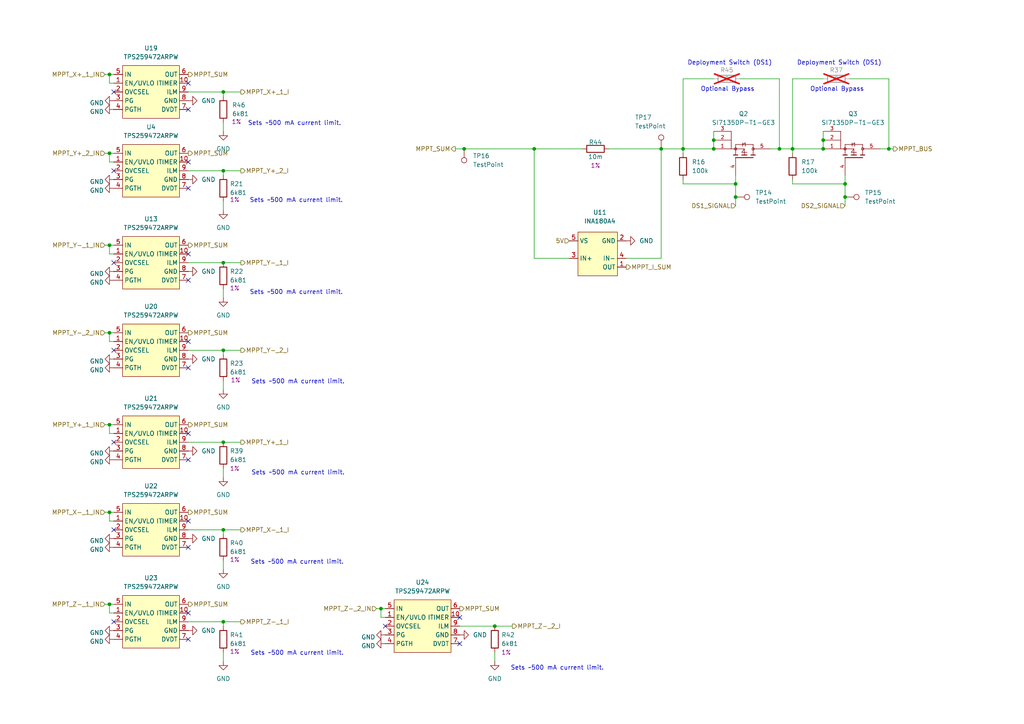
<source format=kicad_sch>
(kicad_sch (version 20231120) (generator "eeschema") (generator_version "8.0")
  (paper "A4")
  (lib_symbols
    (symbol "Connector:TestPoint" (pin_numbers hide) (pin_names (offset 0.762) hide)
      (property "Reference" "TP" (at 0 6.858 0))
      (property "Value" "TestPoint" (at 0 5.08 0))
      (symbol "TestPoint_0_1"
        (circle (center 0 3.302) (radius 0.762))
      )
      (symbol "TestPoint_1_1"
        (pin passive line (at 0 0 90) (length 2.54) (name "1") (number "1"))
      )
    )
    (symbol "Device:R" (pin_numbers hide) (pin_names (offset 0))
      (property "Reference" "R" (at 2.032 0 90))
      (property "Value" "R" (at 0 0 90))
      (symbol "R_0_1"
        (rectangle (start -1.016 -2.54) (end 1.016 2.54) (stroke (width 0.254)))
      )
      (symbol "R_1_1"
        (pin passive line (at 0 3.81 270) (length 1.27) (name "~") (number "1"))
        (pin passive line (at 0 -3.81 90) (length 1.27) (name "~") (number "2"))
      )
    )
    (symbol "STS_Power_Management:TPS259472ARPW"
      (property "Reference" "U" (at 0 17.78 0))
      (property "Value" "TPS259472ARPW" (at 1.27 15.24 0))
      (symbol "TPS259472ARPW_0_1"
        (rectangle (start -6.35 13.97) (end 10.16 -1.27) (fill (type background)))
      )
      (symbol "TPS259472ARPW_1_1"
        (pin input line (at -8.89 8.89 0) (length 2.54) (name "EN/UVLO") (number "1"))
        (pin input line (at 12.7 8.89 180) (length 2.54) (name "ITIMER") (number "10"))
        (pin input line (at -8.89 6.35 0) (length 2.54) (name "OVCSEL") (number "2"))
        (pin input line (at -8.89 3.81 0) (length 2.54) (name "PG") (number "3"))
        (pin input line (at -8.89 1.27 0) (length 2.54) (name "PGTH") (number "4"))
        (pin input line (at -8.89 11.43 0) (length 2.54) (name "IN") (number "5"))
        (pin power_out line (at 12.7 11.43 180) (length 2.54) (name "OUT") (number "6"))
        (pin output line (at 12.7 1.27 180) (length 2.54) (name "DVDT") (number "7"))
        (pin passive line (at 12.7 3.81 180) (length 2.54) (name "GND") (number "8"))
        (pin input line (at 12.7 6.35 180) (length 2.54) (name "ILM") (number "9"))
      )
    )
    (symbol "STS_Sensor_Current:INA180A4"
      (property "Reference" "U" (at 1.27 15.24 0))
      (property "Value" "INA180A4" (at 1.27 12.7 0))
      (symbol "INA180A4_0_1"
        (rectangle (start -5.08 10.16) (end 6.35 -2.54) (fill (type background)))
        (rectangle (start 7.62 0) (end 7.62 0))
        (rectangle (start 7.62 0) (end 7.62 0))
      )
      (symbol "INA180A4_1_1"
        (pin output line (at 8.89 0 180) (length 2.54) (name "OUT") (number "1"))
        (pin power_in line (at 8.89 7.62 180) (length 2.54) (name "GND") (number "2"))
        (pin power_in line (at -7.62 2.54 0) (length 2.54) (name "IN+") (number "3"))
        (pin output line (at 8.89 2.54 180) (length 2.54) (name "IN-") (number "4"))
        (pin power_in line (at -7.62 7.62 0) (length 2.54) (name "VS") (number "5"))
      )
    )
    (symbol "STS_Transistor_FET:SI7135DP-T1-GE3" (pin_names (offset 1.016) hide)
      (property "Reference" "Q" (at -8.89 3.81 0))
      (property "Value" "SI7135DP-T1-GE3" (at -20.32 -1.27 0))
      (symbol "SI7135DP-T1-GE3_0_0"
        (polyline (pts (xy 0 -2.54) (xy 0 2.54)) (stroke (width 0.254)))
        (polyline (pts (xy 0.762 -3.175) (xy 0.762 -2.54)) (stroke (width 0.254)))
        (polyline (pts (xy 0.762 -2.54) (xy 0.762 -1.905)) (stroke (width 0.254)))
        (polyline (pts (xy 0.762 -2.54) (xy 3.81 -2.54)) (stroke (width 0.1524)))
        (polyline (pts (xy 0.762 -0.762) (xy 0.762 0)) (stroke (width 0.254)))
        (polyline (pts (xy 0.762 0) (xy 0.762 0.762)) (stroke (width 0.254)))
        (polyline (pts (xy 0.762 0) (xy 2.54 0)) (stroke (width 0.1524)))
        (polyline (pts (xy 0.762 1.905) (xy 0.762 2.54)) (stroke (width 0.254)))
        (polyline (pts (xy 0.762 2.54) (xy 0.762 3.175)) (stroke (width 0.254)))
        (polyline (pts (xy 2.54 0) (xy 2.54 2.54)) (stroke (width 0.1524)))
        (polyline (pts (xy 2.54 2.54) (xy 0.762 2.54)) (stroke (width 0.1524)))
        (polyline (pts (xy 2.54 2.54) (xy 3.81 2.54)) (stroke (width 0.1524)))
        (polyline (pts (xy 3.302 0.508) (xy 3.81 0.508)) (stroke (width 0.1524)))
        (polyline (pts (xy 3.81 -2.54) (xy 3.81 0.508)) (stroke (width 0.1524)))
        (polyline (pts (xy 3.81 0.508) (xy 3.81 2.54)) (stroke (width 0.1524)))
        (polyline (pts (xy 3.81 0.508) (xy 4.318 0.508)) (stroke (width 0.1524)))
        (polyline (pts (xy 2.54 0) (xy 1.524 0.762) (xy 1.524 -0.762)) (stroke (width 0.1524)))
        (polyline (pts (xy 3.81 0.508) (xy 4.318 -0.254) (xy 3.302 -0.254)) (stroke (width 0.1524)))
        (circle (center 2.54 -2.54) (radius 0.3556))
        (circle (center 2.54 2.54) (radius 0.3556))
        (pin passive line (at 2.54 8.89 270) (length 5.08) (name "~") (number "1"))
        (pin passive line (at 5.08 8.89 270) (length 5.08) (name "~") (number "2"))
        (pin passive line (at 7.62 8.89 270) (length 5.08) (name "~") (number "3"))
        (pin passive line (at -5.08 2.54 0) (length 5.08) (name "~") (number "4"))
        (pin passive line (at 2.54 -7.62 90) (length 5.08) (name "~") (number "5"))
      )
      (symbol "SI7135DP-T1-GE3_1_1"
        (polyline (pts (xy 7.62 3.81) (xy 2.54 3.81) (xy 2.54 2.54)))
      )
    )
    (symbol "power:GND" (power) (pin_numbers hide) (pin_names (offset 0) hide)
      (property "Value" "GND" (at 0 -3.81 0))
      (symbol "GND_0_1"
        (polyline (pts (xy 0 0) (xy 0 -1.27) (xy 1.27 -1.27) (xy 0 -2.54) (xy -1.27 -1.27) (xy 0 -1.27)))
      )
      (symbol "GND_1_1"
        (pin power_in line (at 0 0 270) (length 0) (name "~") (number "1"))
      )
    )
  )
  (junction (at 154.94 43.18))
  (junction (at 64.77 128.27))
  (junction (at 64.77 76.2))
  (junction (at 213.36 57.15))
  (junction (at 64.77 101.6))
  (junction (at 257.81 43.18))
  (junction (at 198.12 43.18))
  (junction (at 64.77 153.67))
  (junction (at 238.76 40.64))
  (junction (at 31.75 148.59))
  (junction (at 213.36 53.34))
  (junction (at 238.76 43.18))
  (junction (at 134.62 43.18))
  (junction (at 31.75 71.12))
  (junction (at 31.75 44.45))
  (junction (at 31.75 21.59))
  (junction (at 226.06 43.18))
  (junction (at 31.75 123.19))
  (junction (at 110.49 176.53))
  (junction (at 64.77 49.53))
  (junction (at 31.75 96.52))
  (junction (at 207.01 40.64))
  (junction (at 31.75 175.26))
  (junction (at 229.87 43.18))
  (junction (at 245.11 53.34))
  (junction (at 143.51 181.61))
  (junction (at 245.11 57.15))
  (junction (at 191.77 43.18))
  (junction (at 207.01 43.18))
  (junction (at 64.77 180.34))
  (junction (at 64.77 26.67))
  (no_connect (at 54.61 106.68))
  (no_connect (at 54.61 133.35))
  (no_connect (at 33.02 26.67))
  (no_connect (at 54.61 185.42))
  (no_connect (at 33.02 76.2))
  (no_connect (at 54.61 177.8))
  (no_connect (at 33.02 180.34))
  (no_connect (at 54.61 125.73))
  (no_connect (at 54.61 99.06))
  (no_connect (at 54.61 31.75))
  (no_connect (at 33.02 153.67))
  (no_connect (at 54.61 54.61))
  (no_connect (at 54.61 151.13))
  (no_connect (at 54.61 73.66))
  (no_connect (at 33.02 49.53))
  (no_connect (at 54.61 24.13))
  (no_connect (at 133.35 179.07))
  (no_connect (at 33.02 101.6))
  (no_connect (at 54.61 158.75))
  (no_connect (at 54.61 46.99))
  (no_connect (at 54.61 81.28))
  (no_connect (at 111.76 181.61))
  (no_connect (at 33.02 128.27))
  (no_connect (at 133.35 186.69))
  (wire (pts (xy 64.77 101.6) (xy 64.77 102.87)))
  (wire (pts (xy 64.77 180.34) (xy 69.85 180.34)))
  (wire (pts (xy 154.94 43.18) (xy 168.91 43.18)))
  (wire (pts (xy 143.51 189.23) (xy 143.51 191.77)))
  (wire (pts (xy 64.77 153.67) (xy 64.77 154.94)))
  (wire (pts (xy 64.77 26.67) (xy 64.77 27.94)))
  (wire (pts (xy 30.48 21.59) (xy 31.75 21.59)))
  (wire (pts (xy 111.76 179.07) (xy 110.49 179.07)))
  (wire (pts (xy 64.77 49.53) (xy 69.85 49.53)))
  (wire (pts (xy 31.75 71.12) (xy 33.02 71.12)))
  (wire (pts (xy 30.48 44.45) (xy 31.75 44.45)))
  (wire (pts (xy 54.61 128.27) (xy 64.77 128.27)))
  (wire (pts (xy 31.75 73.66) (xy 31.75 71.12)))
  (wire (pts (xy 31.75 175.26) (xy 33.02 175.26)))
  (wire (pts (xy 64.77 180.34) (xy 64.77 181.61)))
  (wire (pts (xy 64.77 49.53) (xy 64.77 50.8)))
  (wire (pts (xy 238.76 38.1) (xy 238.76 40.64)))
  (wire (pts (xy 198.12 22.86) (xy 198.12 43.18)))
  (wire (pts (xy 226.06 43.18) (xy 229.87 43.18)))
  (wire (pts (xy 229.87 53.34) (xy 245.11 53.34)))
  (wire (pts (xy 226.06 22.86) (xy 226.06 43.18)))
  (wire (pts (xy 213.36 53.34) (xy 213.36 50.8)))
  (wire (pts (xy 54.61 76.2) (xy 64.77 76.2)))
  (wire (pts (xy 54.61 153.67) (xy 64.77 153.67)))
  (wire (pts (xy 191.77 43.18) (xy 198.12 43.18)))
  (wire (pts (xy 31.75 148.59) (xy 33.02 148.59)))
  (wire (pts (xy 33.02 46.99) (xy 31.75 46.99)))
  (wire (pts (xy 33.02 125.73) (xy 31.75 125.73)))
  (wire (pts (xy 31.75 24.13) (xy 31.75 21.59)))
  (wire (pts (xy 207.01 43.18) (xy 207.01 40.64)))
  (wire (pts (xy 64.77 26.67) (xy 69.85 26.67)))
  (wire (pts (xy 30.48 96.52) (xy 31.75 96.52)))
  (wire (pts (xy 238.76 22.86) (xy 229.87 22.86)))
  (wire (pts (xy 214.63 22.86) (xy 226.06 22.86)))
  (wire (pts (xy 176.53 43.18) (xy 191.77 43.18)))
  (wire (pts (xy 109.22 176.53) (xy 110.49 176.53)))
  (wire (pts (xy 257.81 43.18) (xy 259.08 43.18)))
  (wire (pts (xy 31.75 177.8) (xy 31.75 175.26)))
  (wire (pts (xy 64.77 76.2) (xy 69.85 76.2)))
  (wire (pts (xy 223.52 43.18) (xy 226.06 43.18)))
  (wire (pts (xy 31.75 123.19) (xy 33.02 123.19)))
  (wire (pts (xy 229.87 43.18) (xy 229.87 44.45)))
  (wire (pts (xy 191.77 74.93) (xy 191.77 43.18)))
  (wire (pts (xy 31.75 46.99) (xy 31.75 44.45)))
  (wire (pts (xy 54.61 26.67) (xy 64.77 26.67)))
  (wire (pts (xy 198.12 43.18) (xy 207.01 43.18)))
  (wire (pts (xy 64.77 189.23) (xy 64.77 191.77)))
  (wire (pts (xy 64.77 35.56) (xy 64.77 38.1)))
  (wire (pts (xy 33.02 177.8) (xy 31.75 177.8)))
  (wire (pts (xy 30.48 71.12) (xy 31.75 71.12)))
  (wire (pts (xy 198.12 53.34) (xy 213.36 53.34)))
  (wire (pts (xy 198.12 43.18) (xy 198.12 44.45)))
  (wire (pts (xy 181.61 74.93) (xy 191.77 74.93)))
  (wire (pts (xy 33.02 151.13) (xy 31.75 151.13)))
  (wire (pts (xy 246.38 22.86) (xy 257.81 22.86)))
  (wire (pts (xy 64.77 110.49) (xy 64.77 113.03)))
  (wire (pts (xy 245.11 53.34) (xy 245.11 50.8)))
  (wire (pts (xy 31.75 99.06) (xy 31.75 96.52)))
  (wire (pts (xy 133.35 181.61) (xy 143.51 181.61)))
  (wire (pts (xy 64.77 58.42) (xy 64.77 60.96)))
  (wire (pts (xy 31.75 44.45) (xy 33.02 44.45)))
  (wire (pts (xy 64.77 162.56) (xy 64.77 165.1)))
  (wire (pts (xy 33.02 99.06) (xy 31.75 99.06)))
  (wire (pts (xy 134.62 43.18) (xy 154.94 43.18)))
  (wire (pts (xy 64.77 135.89) (xy 64.77 138.43)))
  (wire (pts (xy 64.77 153.67) (xy 69.85 153.67)))
  (wire (pts (xy 110.49 176.53) (xy 111.76 176.53)))
  (wire (pts (xy 31.75 21.59) (xy 33.02 21.59)))
  (wire (pts (xy 30.48 148.59) (xy 31.75 148.59)))
  (wire (pts (xy 33.02 73.66) (xy 31.75 73.66)))
  (wire (pts (xy 154.94 74.93) (xy 154.94 43.18)))
  (wire (pts (xy 229.87 22.86) (xy 229.87 43.18)))
  (wire (pts (xy 33.02 24.13) (xy 31.75 24.13)))
  (wire (pts (xy 31.75 96.52) (xy 33.02 96.52)))
  (wire (pts (xy 31.75 125.73) (xy 31.75 123.19)))
  (wire (pts (xy 245.11 53.34) (xy 245.11 57.15)))
  (wire (pts (xy 64.77 101.6) (xy 69.85 101.6)))
  (wire (pts (xy 207.01 38.1) (xy 207.01 40.64)))
  (wire (pts (xy 213.36 53.34) (xy 213.36 57.15)))
  (wire (pts (xy 229.87 43.18) (xy 238.76 43.18)))
  (wire (pts (xy 245.11 57.15) (xy 245.11 59.69)))
  (wire (pts (xy 64.77 83.82) (xy 64.77 86.36)))
  (wire (pts (xy 213.36 57.15) (xy 213.36 59.69)))
  (wire (pts (xy 229.87 52.07) (xy 229.87 53.34)))
  (wire (pts (xy 143.51 181.61) (xy 148.59 181.61)))
  (wire (pts (xy 64.77 128.27) (xy 69.85 128.27)))
  (wire (pts (xy 30.48 123.19) (xy 31.75 123.19)))
  (wire (pts (xy 132.08 43.18) (xy 134.62 43.18)))
  (wire (pts (xy 238.76 43.18) (xy 238.76 40.64)))
  (wire (pts (xy 54.61 180.34) (xy 64.77 180.34)))
  (wire (pts (xy 110.49 179.07) (xy 110.49 176.53)))
  (wire (pts (xy 165.1 74.93) (xy 154.94 74.93)))
  (wire (pts (xy 255.27 43.18) (xy 257.81 43.18)))
  (wire (pts (xy 257.81 22.86) (xy 257.81 43.18)))
  (wire (pts (xy 54.61 49.53) (xy 64.77 49.53)))
  (wire (pts (xy 31.75 151.13) (xy 31.75 148.59)))
  (wire (pts (xy 207.01 22.86) (xy 198.12 22.86)))
  (wire (pts (xy 54.61 101.6) (xy 64.77 101.6)))
  (wire (pts (xy 30.48 175.26) (xy 31.75 175.26)))
  (wire (pts (xy 198.12 52.07) (xy 198.12 53.34)))
  (text "Sets ~500 mA current limit." (at 72.898 111.506 0) (effects (font (size 1.27 1.27)) (justify left bottom)))
  (text "Deployment Switch (DS1)" (at 199.39 19.05 0) (effects (font (size 1.27 1.27)) (justify left bottom)))
  (text "Sets ~500 mA current limit." (at 71.882 36.576 0) (effects (font (size 1.27 1.27)) (justify left bottom)))
  (text "Sets ~500 mA current limit." (at 72.39 85.598 0) (effects (font (size 1.27 1.27)) (justify left bottom)))
  (text "Sets ~500 mA current limit." (at 72.644 163.83 0) (effects (font (size 1.27 1.27)) (justify left bottom)))
  (text "Sets ~500 mA current limit." (at 72.898 137.922 0) (effects (font (size 1.27 1.27)) (justify left bottom)))
  (text "Deployment Switch (DS1)" (at 231.14 19.05 0) (effects (font (size 1.27 1.27)) (justify left bottom)))
  (text "Optional Bypass" (at 234.95 26.67 0) (effects (font (size 1.27 1.27)) (justify left bottom)))
  (text "Optional Bypass" (at 203.2 26.67 0) (effects (font (size 1.27 1.27)) (justify left bottom)))
  (text "Sets ~500 mA current limit." (at 72.39 58.928 0) (effects (font (size 1.27 1.27)) (justify left bottom)))
  (text "Sets ~500 mA current limit." (at 148.082 194.564 0) (effects (font (size 1.27 1.27)) (justify left bottom)))
  (text "Sets ~500 mA current limit." (at 72.644 190.246 0) (effects (font (size 1.27 1.27)) (justify left bottom)))
  (hierarchical_label "DS2_SIGNAL" (shape input) (at 245.11 59.69 180))
  (hierarchical_label "MPPT_SUM" (shape output) (at 54.61 21.59 0))
  (hierarchical_label "MPPT_X+_1_I" (shape output) (at 69.85 26.67 0))
  (hierarchical_label "MPPT_SUM" (shape output) (at 54.61 123.19 0))
  (hierarchical_label "MPPT_X-_1_I" (shape output) (at 69.85 153.67 0))
  (hierarchical_label "MPPT_Z-_1_I" (shape output) (at 69.85 180.34 0))
  (hierarchical_label "MPPT_SUM" (shape output) (at 54.61 148.59 0))
  (hierarchical_label "MPPT_X+_1_IN" (shape input) (at 30.48 21.59 180))
  (hierarchical_label "MPPT_Z-_2_I" (shape output) (at 148.59 181.61 0))
  (hierarchical_label "MPPT_Y+_1_I" (shape output) (at 69.85 128.27 0))
  (hierarchical_label "MPPT_Z-_2_IN" (shape input) (at 109.22 176.53 180))
  (hierarchical_label "MPPT_BUS" (shape output) (at 259.08 43.18 0))
  (hierarchical_label "MPPT_Y+_2_I" (shape output) (at 69.85 49.53 0))
  (hierarchical_label "MPPT_Y-_2_IN" (shape input) (at 30.48 96.52 180))
  (hierarchical_label "5V" (shape input) (at 165.1 69.85 180))
  (hierarchical_label "MPPT_X-_1_IN" (shape input) (at 30.48 148.59 180))
  (hierarchical_label "MPPT_I_SUM" (shape output) (at 181.61 77.47 0))
  (hierarchical_label "MPPT_SUM" (shape output) (at 133.35 176.53 0))
  (hierarchical_label "MPPT_Z-_1_IN" (shape input) (at 30.48 175.26 180))
  (hierarchical_label "MPPT_SUM" (shape output) (at 54.61 175.26 0))
  (hierarchical_label "MPPT_SUM" (shape output) (at 54.61 96.52 0))
  (hierarchical_label "MPPT_Y-_2_I" (shape output) (at 69.85 101.6 0))
  (hierarchical_label "MPPT_SUM" (shape output) (at 132.08 43.18 180))
  (hierarchical_label "MPPT_Y+_2_IN" (shape input) (at 30.48 44.45 180))
  (hierarchical_label "MPPT_Y+_1_IN" (shape input) (at 30.48 123.19 180))
  (hierarchical_label "MPPT_SUM" (shape output) (at 54.61 44.45 0))
  (hierarchical_label "MPPT_Y-_1_IN" (shape input) (at 30.48 71.12 180))
  (hierarchical_label "MPPT_SUM" (shape output) (at 54.61 71.12 0))
  (hierarchical_label "MPPT_Y-_1_I" (shape output) (at 69.85 76.2 0))
  (hierarchical_label "DS1_SIGNAL" (shape input) (at 213.36 59.69 180))
  (symbol (lib_id "power:GND") (at 33.02 104.14 270) (unit 1)
    (property "Reference" "#PWR0121" (effects (hide yes)))
    (property "Value" "GND" (at 26.035 104.775 90) (effects (justify left)))
    (property "Description" "Power symbol creates a global label with name \"GND\" , ground" (effects (hide yes)))
  )
  (symbol (lib_id "Device:R") (at 64.77 31.75 180) (unit 1)
    (property "Reference" "R46" (at 67.31 30.4799 0) (effects (justify right)))
    (property "Value" "6k81" (at 67.31 33.0199 0) (effects (justify right)))
    (property "Footprint" "Resistor_SMD:R_0805_2012Metric" (effects (hide yes)))
    (property "Tolerance" "1%" (at 68.58 35.306 0))
  )
  (symbol (lib_id "STS_Power_Management:TPS259472ARPW") (at 41.91 160.02 0) (unit 1)
    (property "Reference" "U22" (at 43.815 140.97 0))
    (property "Value" "TPS259472ARPW" (at 43.815 143.51 0))
    (property "Footprint" "STS_Package_DFN_QFN:TPS259472ARPWR" (effects (hide yes)))
  )
  (symbol (lib_id "power:GND") (at 54.61 29.21 90) (unit 1)
    (property "Reference" "#PWR0109" (effects (hide yes)))
    (property "Value" "GND" (at 58.42 29.2099 90) (effects (justify right)))
    (property "Description" "Power symbol creates a global label with name \"GND\" , ground" (effects (hide yes)))
  )
  (symbol (lib_id "Connector:TestPoint") (at 245.11 57.15 270) (unit 1)
    (property "Reference" "TP15" (at 250.825 55.8799 90) (effects (justify left)))
    (property "Value" "TestPoint" (at 250.825 58.4199 90) (effects (justify left)))
    (property "Footprint" "TestPoint:TestPoint_THTPad_D1.0mm_Drill0.5mm" (effects (hide yes)))
  )
  (symbol (lib_id "power:GND") (at 33.02 81.28 270) (unit 1)
    (property "Reference" "#PWR0124" (effects (hide yes)))
    (property "Value" "GND" (at 26.035 81.915 90) (effects (justify left)))
    (property "Description" "Power symbol creates a global label with name \"GND\" , ground" (effects (hide yes)))
  )
  (symbol (lib_id "power:GND") (at 33.02 158.75 270) (unit 1)
    (property "Reference" "#PWR0133" (effects (hide yes)))
    (property "Value" "GND" (at 26.035 159.385 90) (effects (justify left)))
    (property "Description" "Power symbol creates a global label with name \"GND\" , ground" (effects (hide yes)))
  )
  (symbol (lib_id "power:GND") (at 54.61 130.81 90) (unit 1)
    (property "Reference" "#PWR0129" (effects (hide yes)))
    (property "Value" "GND" (at 58.42 130.8099 90) (effects (justify right)))
    (property "Description" "Power symbol creates a global label with name \"GND\" , ground" (effects (hide yes)))
  )
  (symbol (lib_id "Device:R") (at 64.77 80.01 180) (unit 1)
    (property "Reference" "R22" (at 66.675 78.7399 0) (effects (justify right)))
    (property "Value" "6k81" (at 66.675 81.2799 0) (effects (justify right)))
    (property "Footprint" "Resistor_SMD:R_0805_2012Metric" (effects (hide yes)))
    (property "Tolerance" "1%" (at 68.072 83.566 0))
  )
  (symbol (lib_id "power:GND") (at 64.77 138.43 0) (unit 1)
    (property "Reference" "#PWR0130" (effects (hide yes)))
    (property "Value" "GND" (at 64.77 143.51 0))
    (property "Description" "Power symbol creates a global label with name \"GND\" , ground" (effects (hide yes)))
  )
  (symbol (lib_id "Device:R") (at 64.77 132.08 180) (unit 1)
    (property "Reference" "R39" (at 66.675 130.8099 0) (effects (justify right)))
    (property "Value" "6k81" (at 66.675 133.3499 0) (effects (justify right)))
    (property "Footprint" "Resistor_SMD:R_0805_2012Metric" (effects (hide yes)))
    (property "Tolerance" "1%" (at 68.072 135.89 0))
  )
  (symbol (lib_id "Device:R") (at 143.51 185.42 180) (unit 1)
    (property "Reference" "R42" (at 145.415 184.1499 0) (effects (justify right)))
    (property "Value" "6k81" (at 145.415 186.6899 0) (effects (justify right)))
    (property "Footprint" "Resistor_SMD:R_0805_2012Metric" (effects (hide yes)))
    (property "Tolerance" "1%" (at 146.812 189.23 0))
  )
  (symbol (lib_id "Device:R") (at 64.77 185.42 180) (unit 1)
    (property "Reference" "R41" (at 66.675 184.1499 0) (effects (justify right)))
    (property "Value" "6k81" (at 66.675 186.6899 0) (effects (justify right)))
    (property "Footprint" "Resistor_SMD:R_0805_2012Metric" (effects (hide yes)))
    (property "Tolerance" "1%" (at 68.072 188.976 0))
  )
  (symbol (lib_id "Connector:TestPoint") (at 134.62 43.18 180) (unit 1)
    (property "Reference" "TP16" (at 137.16 45.2119 0) (effects (justify right)))
    (property "Value" "TestPoint" (at 137.16 47.7519 0) (effects (justify right)))
    (property "Footprint" "TestPoint:TestPoint_THTPad_D1.0mm_Drill0.5mm" (effects (hide yes)))
  )
  (symbol (lib_id "power:GND") (at 111.76 184.15 270) (unit 1)
    (property "Reference" "#PWR0115" (effects (hide yes)))
    (property "Value" "GND" (at 104.775 184.785 90) (effects (justify left)))
    (property "Description" "Power symbol creates a global label with name \"GND\" , ground" (effects (hide yes)))
  )
  (symbol (lib_id "power:GND") (at 181.61 69.85 90) (unit 1)
    (property "Reference" "#PWR080" (effects (hide yes)))
    (property "Value" "GND" (at 185.42 69.8499 90) (effects (justify right)))
    (property "Description" "Power symbol creates a global label with name \"GND\" , ground" (effects (hide yes)))
  )
  (symbol (lib_id "power:GND") (at 33.02 130.81 270) (unit 1)
    (property "Reference" "#PWR0131" (effects (hide yes)))
    (property "Value" "GND" (at 26.035 131.445 90) (effects (justify left)))
    (property "Description" "Power symbol creates a global label with name \"GND\" , ground" (effects (hide yes)))
  )
  (symbol (lib_id "power:GND") (at 33.02 156.21 270) (unit 1)
    (property "Reference" "#PWR0134" (effects (hide yes)))
    (property "Value" "GND" (at 26.035 156.845 90) (effects (justify left)))
    (property "Description" "Power symbol creates a global label with name \"GND\" , ground" (effects (hide yes)))
  )
  (symbol (lib_id "STS_Transistor_FET:SI7135DP-T1-GE3") (at 247.65 45.72 90) (unit 1)
    (property "Reference" "Q3" (at 247.396 33.02 90))
    (property "Value" "SI7135DP-T1-GE3" (at 247.396 35.56 90))
    (property "Footprint" "STS_Package_SO:POWERPAK_SO8_single" (effects (hide yes)))
    (property "PARTREV" "A" (effects (hide yes)))
    (property "MANUFACTURER" "Vishay Siliconix" (effects (hide yes)))
    (property "MAXIMUM_PACKAGE_HEIGHT" "1.12mm" (effects (hide yes)))
    (property "STANDARD" "Manufacturer Recommendations" (effects (hide yes)))
  )
  (symbol (lib_id "STS_Power_Management:TPS259472ARPW") (at 41.91 33.02 0) (unit 1)
    (property "Reference" "U19" (at 43.815 13.97 0))
    (property "Value" "TPS259472ARPW" (at 43.815 16.51 0))
    (property "Footprint" "STS_Package_DFN_QFN:TPS259472ARPWR" (effects (hide yes)))
  )
  (symbol (lib_id "STS_Power_Management:TPS259472ARPW") (at 41.91 186.69 0) (unit 1)
    (property "Reference" "U23" (at 43.815 167.64 0))
    (property "Value" "TPS259472ARPW" (at 43.815 170.18 0))
    (property "Footprint" "STS_Package_DFN_QFN:TPS259472ARPWR" (effects (hide yes)))
  )
  (symbol (lib_id "STS_Power_Management:TPS259472ARPW") (at 41.91 82.55 0) (unit 1)
    (property "Reference" "U13" (at 43.815 63.5 0))
    (property "Value" "TPS259472ARPW" (at 43.815 66.04 0))
    (property "Footprint" "STS_Package_DFN_QFN:TPS259472ARPWR" (effects (hide yes)))
  )
  (symbol (lib_id "Device:R") (at 210.82 22.86 90) (unit 1) (dnp yes)
    (property "Reference" "R45" (at 210.82 20.32 90))
    (property "Value" "0" (at 210.82 22.86 90))
    (property "Footprint" "Resistor_SMD:R_0805_2012Metric" (effects (hide yes)))
  )
  (symbol (lib_id "STS_Power_Management:TPS259472ARPW") (at 120.65 187.96 0) (unit 1)
    (property "Reference" "U24" (at 122.555 168.91 0))
    (property "Value" "TPS259472ARPW" (at 122.555 171.45 0))
    (property "Footprint" "STS_Package_DFN_QFN:TPS259472ARPWR" (effects (hide yes)))
  )
  (symbol (lib_id "power:GND") (at 64.77 60.96 0) (unit 1)
    (property "Reference" "#PWR0119" (effects (hide yes)))
    (property "Value" "GND" (at 64.77 66.04 0))
    (property "Description" "Power symbol creates a global label with name \"GND\" , ground" (effects (hide yes)))
  )
  (symbol (lib_id "power:GND") (at 33.02 54.61 270) (unit 1)
    (property "Reference" "#PWR0126" (effects (hide yes)))
    (property "Value" "GND" (at 26.035 55.245 90) (effects (justify left)))
    (property "Description" "Power symbol creates a global label with name \"GND\" , ground" (effects (hide yes)))
  )
  (symbol (lib_id "power:GND") (at 64.77 38.1 0) (unit 1)
    (property "Reference" "#PWR0108" (effects (hide yes)))
    (property "Value" "GND" (at 64.77 43.18 0))
    (property "Description" "Power symbol creates a global label with name \"GND\" , ground" (effects (hide yes)))
  )
  (symbol (lib_id "power:GND") (at 54.61 182.88 90) (unit 1)
    (property "Reference" "#PWR0138" (effects (hide yes)))
    (property "Value" "GND" (at 58.42 182.8799 90) (effects (justify right)))
    (property "Description" "Power symbol creates a global label with name \"GND\" , ground" (effects (hide yes)))
  )
  (symbol (lib_id "Connector:TestPoint") (at 213.36 57.15 270) (unit 1)
    (property "Reference" "TP14" (at 219.075 55.8799 90) (effects (justify left)))
    (property "Value" "TestPoint" (at 219.075 58.4199 90) (effects (justify left)))
    (property "Footprint" "TestPoint:TestPoint_THTPad_D1.0mm_Drill0.5mm" (effects (hide yes)))
  )
  (symbol (lib_id "power:GND") (at 54.61 156.21 90) (unit 1)
    (property "Reference" "#PWR0128" (effects (hide yes)))
    (property "Value" "GND" (at 58.42 156.2099 90) (effects (justify right)))
    (property "Description" "Power symbol creates a global label with name \"GND\" , ground" (effects (hide yes)))
  )
  (symbol (lib_id "STS_Power_Management:TPS259472ARPW") (at 41.91 134.62 0) (unit 1)
    (property "Reference" "U21" (at 43.815 115.57 0))
    (property "Value" "TPS259472ARPW" (at 43.815 118.11 0))
    (property "Footprint" "STS_Package_DFN_QFN:TPS259472ARPWR" (effects (hide yes)))
  )
  (symbol (lib_id "Device:R") (at 242.57 22.86 90) (unit 1) (dnp yes)
    (property "Reference" "R37" (at 242.57 20.32 90))
    (property "Value" "0" (at 242.57 22.86 90))
    (property "Footprint" "Resistor_SMD:R_0805_2012Metric" (effects (hide yes)))
  )
  (symbol (lib_id "Device:R") (at 172.72 43.18 270) (unit 1)
    (property "Reference" "R44" (at 172.72 41.275 90))
    (property "Value" "10m" (at 172.72 45.466 90))
    (property "Footprint" "Resistor_SMD:R_0805_2012Metric" (effects (hide yes)))
    (property "Tolerance" "1%" (at 172.72 48.006 90))
    (property "Part Nr." "WFC0805R0100FE66" (effects (hide yes)))
  )
  (symbol (lib_id "power:GND") (at 143.51 191.77 0) (unit 1)
    (property "Reference" "#PWR0113" (effects (hide yes)))
    (property "Value" "GND" (at 143.51 196.85 0))
    (property "Description" "Power symbol creates a global label with name \"GND\" , ground" (effects (hide yes)))
  )
  (symbol (lib_id "power:GND") (at 64.77 191.77 0) (unit 1)
    (property "Reference" "#PWR0137" (effects (hide yes)))
    (property "Value" "GND" (at 64.77 196.85 0))
    (property "Description" "Power symbol creates a global label with name \"GND\" , ground" (effects (hide yes)))
  )
  (symbol (lib_id "Device:R") (at 229.87 48.26 0) (unit 1)
    (property "Reference" "R17" (at 232.41 46.9899 0) (effects (justify left)))
    (property "Value" "100k" (at 232.41 49.5299 0) (effects (justify left)))
    (property "Footprint" "Resistor_SMD:R_0805_2012Metric" (effects (hide yes)))
  )
  (symbol (lib_id "Device:R") (at 64.77 54.61 180) (unit 1)
    (property "Reference" "R21" (at 66.675 53.3399 0) (effects (justify right)))
    (property "Value" "6k81" (at 66.675 55.8799 0) (effects (justify right)))
    (property "Footprint" "Resistor_SMD:R_0805_2012Metric" (effects (hide yes)))
    (property "Tolerance" "1%" (at 68.072 57.912 0))
  )
  (symbol (lib_id "power:GND") (at 54.61 104.14 90) (unit 1)
    (property "Reference" "#PWR0117" (effects (hide yes)))
    (property "Value" "GND" (at 58.42 104.1399 90) (effects (justify right)))
    (property "Description" "Power symbol creates a global label with name \"GND\" , ground" (effects (hide yes)))
  )
  (symbol (lib_id "power:GND") (at 64.77 113.03 0) (unit 1)
    (property "Reference" "#PWR0116" (effects (hide yes)))
    (property "Value" "GND" (at 64.77 118.11 0))
    (property "Description" "Power symbol creates a global label with name \"GND\" , ground" (effects (hide yes)))
  )
  (symbol (lib_id "STS_Power_Management:TPS259472ARPW") (at 41.91 107.95 0) (unit 1)
    (property "Reference" "U20" (at 43.815 88.9 0))
    (property "Value" "TPS259472ARPW" (at 43.815 91.44 0))
    (property "Footprint" "STS_Package_DFN_QFN:TPS259472ARPWR" (effects (hide yes)))
  )
  (symbol (lib_id "power:GND") (at 33.02 52.07 270) (unit 1)
    (property "Reference" "#PWR0127" (effects (hide yes)))
    (property "Value" "GND" (at 26.035 52.705 90) (effects (justify left)))
    (property "Description" "Power symbol creates a global label with name \"GND\" , ground" (effects (hide yes)))
  )
  (symbol (lib_id "power:GND") (at 54.61 52.07 90) (unit 1)
    (property "Reference" "#PWR0118" (effects (hide yes)))
    (property "Value" "GND" (at 58.42 52.0699 90) (effects (justify right)))
    (property "Description" "Power symbol creates a global label with name \"GND\" , ground" (effects (hide yes)))
  )
  (symbol (lib_id "Device:R") (at 64.77 158.75 180) (unit 1)
    (property "Reference" "R40" (at 66.675 157.4799 0) (effects (justify right)))
    (property "Value" "6k81" (at 66.675 160.0199 0) (effects (justify right)))
    (property "Footprint" "Resistor_SMD:R_0805_2012Metric" (effects (hide yes)))
    (property "Tolerance" "1%" (at 68.072 162.306 0))
  )
  (symbol (lib_id "power:GND") (at 33.02 182.88 270) (unit 1)
    (property "Reference" "#PWR0135" (effects (hide yes)))
    (property "Value" "GND" (at 26.035 183.515 90) (effects (justify left)))
    (property "Description" "Power symbol creates a global label with name \"GND\" , ground" (effects (hide yes)))
  )
  (symbol (lib_id "power:GND") (at 64.77 165.1 0) (unit 1)
    (property "Reference" "#PWR0139" (effects (hide yes)))
    (property "Value" "GND" (at 64.77 170.18 0))
    (property "Description" "Power symbol creates a global label with name \"GND\" , ground" (effects (hide yes)))
  )
  (symbol (lib_id "power:GND") (at 33.02 78.74 270) (unit 1)
    (property "Reference" "#PWR0125" (effects (hide yes)))
    (property "Value" "GND" (at 26.035 79.375 90) (effects (justify left)))
    (property "Description" "Power symbol creates a global label with name \"GND\" , ground" (effects (hide yes)))
  )
  (symbol (lib_id "power:GND") (at 33.02 29.21 270) (unit 1)
    (property "Reference" "#PWR0111" (effects (hide yes)))
    (property "Value" "GND" (at 26.035 29.845 90) (effects (justify left)))
    (property "Description" "Power symbol creates a global label with name \"GND\" , ground" (effects (hide yes)))
  )
  (symbol (lib_id "power:GND") (at 111.76 186.69 270) (unit 1)
    (property "Reference" "#PWR0114" (effects (hide yes)))
    (property "Value" "GND" (at 104.775 187.325 90) (effects (justify left)))
    (property "Description" "Power symbol creates a global label with name \"GND\" , ground" (effects (hide yes)))
  )
  (symbol (lib_id "STS_Sensor_Current:INA180A4") (at 172.72 77.47 0) (unit 1)
    (property "Reference" "U11" (at 173.99 61.595 0))
    (property "Value" "INA180A4" (at 173.99 64.135 0))
    (property "Footprint" "Package_TO_SOT_SMD:SOT-23-5" (effects (hide yes)))
  )
  (symbol (lib_id "power:GND") (at 133.35 184.15 90) (unit 1)
    (property "Reference" "#PWR0112" (effects (hide yes)))
    (property "Value" "GND" (at 137.16 184.1499 90) (effects (justify right)))
    (property "Description" "Power symbol creates a global label with name \"GND\" , ground" (effects (hide yes)))
  )
  (symbol (lib_id "power:GND") (at 64.77 86.36 0) (unit 1)
    (property "Reference" "#PWR0123" (effects (hide yes)))
    (property "Value" "GND" (at 64.77 91.44 0))
    (property "Description" "Power symbol creates a global label with name \"GND\" , ground" (effects (hide yes)))
  )
  (symbol (lib_id "power:GND") (at 33.02 106.68 270) (unit 1)
    (property "Reference" "#PWR0120" (effects (hide yes)))
    (property "Value" "GND" (at 26.035 107.315 90) (effects (justify left)))
    (property "Description" "Power symbol creates a global label with name \"GND\" , ground" (effects (hide yes)))
  )
  (symbol (lib_id "Connector:TestPoint") (at 191.77 43.18 0) (unit 1)
    (property "Reference" "TP17" (at 184.15 34.036 0) (effects (justify left)))
    (property "Value" "TestPoint" (at 184.15 36.576 0) (effects (justify left)))
    (property "Footprint" "TestPoint:TestPoint_THTPad_D1.0mm_Drill0.5mm" (effects (hide yes)))
  )
  (symbol (lib_id "Device:R") (at 198.12 48.26 0) (unit 1)
    (property "Reference" "R16" (at 200.66 46.9899 0) (effects (justify left)))
    (property "Value" "100k" (at 200.66 49.5299 0) (effects (justify left)))
    (property "Footprint" "Resistor_SMD:R_0805_2012Metric" (effects (hide yes)))
  )
  (symbol (lib_id "Device:R") (at 64.77 106.68 180) (unit 1)
    (property "Reference" "R23" (at 66.675 105.4099 0) (effects (justify right)))
    (property "Value" "6k81" (at 66.675 107.9499 0) (effects (justify right)))
    (property "Footprint" "Resistor_SMD:R_0805_2012Metric" (effects (hide yes)))
    (property "Tolerance" "1%" (at 68.326 110.236 0))
  )
  (symbol (lib_id "power:GND") (at 54.61 78.74 90) (unit 1)
    (property "Reference" "#PWR0122" (effects (hide yes)))
    (property "Value" "GND" (at 58.42 78.7399 90) (effects (justify right)))
    (property "Description" "Power symbol creates a global label with name \"GND\" , ground" (effects (hide yes)))
  )
  (symbol (lib_id "power:GND") (at 33.02 31.75 270) (unit 1)
    (property "Reference" "#PWR0110" (effects (hide yes)))
    (property "Value" "GND" (at 26.035 32.385 90) (effects (justify left)))
    (property "Description" "Power symbol creates a global label with name \"GND\" , ground" (effects (hide yes)))
  )
  (symbol (lib_id "STS_Transistor_FET:SI7135DP-T1-GE3") (at 215.9 45.72 90) (unit 1)
    (property "Reference" "Q2" (at 215.646 33.02 90))
    (property "Value" "SI7135DP-T1-GE3" (at 215.646 35.56 90))
    (property "Footprint" "STS_Package_SO:POWERPAK_SO8_single" (effects (hide yes)))
    (property "PARTREV" "A" (effects (hide yes)))
    (property "MANUFACTURER" "Vishay Siliconix" (effects (hide yes)))
    (property "MAXIMUM_PACKAGE_HEIGHT" "1.12mm" (effects (hide yes)))
    (property "STANDARD" "Manufacturer Recommendations" (effects (hide yes)))
  )
  (symbol (lib_id "power:GND") (at 33.02 133.35 270) (unit 1)
    (property "Reference" "#PWR0132" (effects (hide yes)))
    (property "Value" "GND" (at 26.035 133.985 90) (effects (justify left)))
    (property "Description" "Power symbol creates a global label with name \"GND\" , ground" (effects (hide yes)))
  )
  (symbol (lib_id "STS_Power_Management:TPS259472ARPW") (at 41.91 55.88 0) (unit 1)
    (property "Reference" "U4" (at 43.815 36.83 0))
    (property "Value" "TPS259472ARPW" (at 43.815 39.37 0))
    (property "Footprint" "STS_Package_DFN_QFN:TPS259472ARPWR" (effects (hide yes)))
  )
  (symbol (lib_id "power:GND") (at 33.02 185.42 270) (unit 1)
    (property "Reference" "#PWR0136" (effects (hide yes)))
    (property "Value" "GND" (at 26.035 186.055 90) (effects (justify left)))
    (property "Description" "Power symbol creates a global label with name \"GND\" , ground" (effects (hide yes)))
  )
)
</source>
